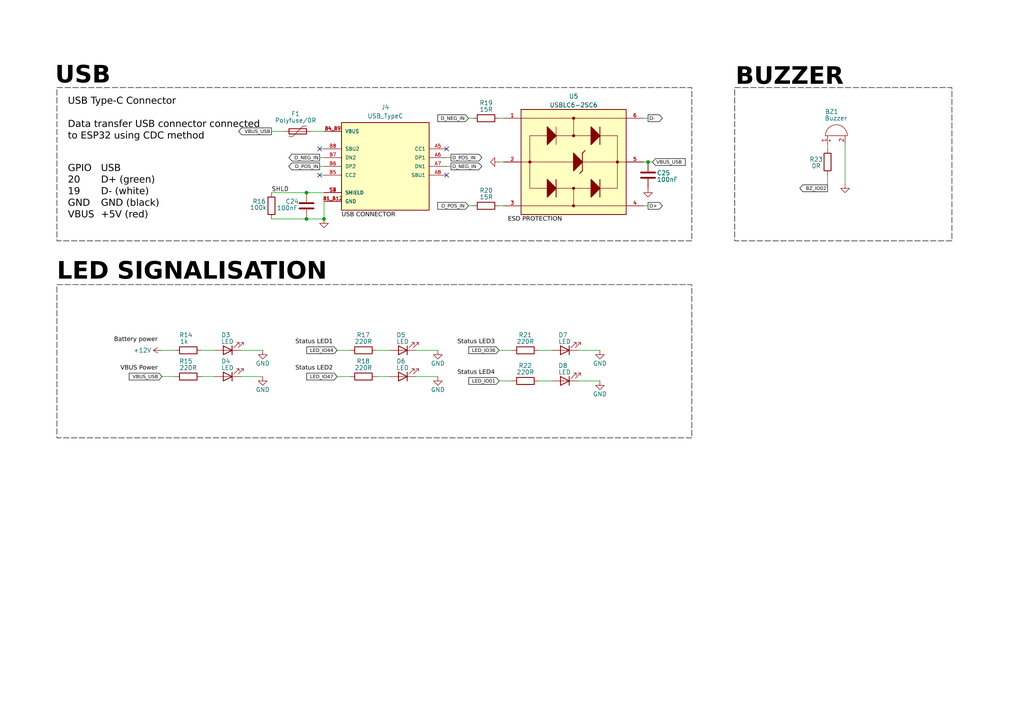
<source format=kicad_sch>
(kicad_sch (version 20250114) (generator "eeschema") (generator_version "9.0")
  (paper "A4")
  (title_block (title "SUMEC_MK_V") (date "2024-08-05") (rev "v.1.0.0") (company "SPS NA PROSEKU") (comment 1 "Made in Prague, Czech Republic") (comment 2 "CONTACT: Savva Popov, savva.popov.sp@gmail.com, +420 605 570 366") (comment 3 "Made by bismarx-v1") (comment 4 "SUMEC MK V aka SMD-V4 board"))
  (lib_symbols
    (symbol "Device:Buzzer" (pin_names (offset 0.0254) (hide yes))
      (property "Reference" "BZ" (at 3.81 1.27 0))
      (property "Value" "Buzzer" (at 3.81 -1.27 0))
      (symbol "Buzzer_0_1"
        (polyline (pts (xy -1.651 1.905) (xy -1.143 1.905)))
        (polyline (pts (xy -1.397 2.159) (xy -1.397 1.651)))
        (arc (start 0 3.175) (mid 3.1612 0) (end 0 -3.175))
        (polyline (pts (xy 0 3.175) (xy 0 -3.175)))
      )
      (symbol "Buzzer_1_1"
        (pin passive line (at -2.54 2.54 0) (length 2.54) (name "+") (number "1"))
        (pin passive line (at -2.54 -2.54 0) (length 2.54) (name "-") (number "2"))
      )
    )
    (symbol "Device:C" (pin_numbers (hide yes)) (pin_names (offset 0.254))
      (property "Reference" "C" (at 0.635 2.54 0))
      (property "Value" "C" (at 0.635 -2.54 0))
      (symbol "C_0_1"
        (polyline (pts (xy -2.032 0.762) (xy 2.032 0.762)) (stroke (width 0.508)))
        (polyline (pts (xy -2.032 -0.762) (xy 2.032 -0.762)) (stroke (width 0.508)))
      )
      (symbol "C_1_1"
        (pin passive line (at 0 3.81 270) (length 2.794) (name "~") (number "1"))
        (pin passive line (at 0 -3.81 90) (length 2.794) (name "~") (number "2"))
      )
    )
    (symbol "Device:LED" (pin_numbers (hide yes)) (pin_names (offset 1.016) (hide yes))
      (property "Reference" "D" (at 0 2.54 0))
      (property "Value" "LED" (at 0 -2.54 0))
      (symbol "LED_0_1"
        (polyline (pts (xy -3.048 -0.762) (xy -4.572 -2.286) (xy -3.81 -2.286) (xy -4.572 -2.286) (xy -4.572 -1.524)))
        (polyline (pts (xy -1.778 -0.762) (xy -3.302 -2.286) (xy -2.54 -2.286) (xy -3.302 -2.286) (xy -3.302 -1.524)))
        (polyline (pts (xy -1.27 0) (xy 1.27 0)))
        (polyline (pts (xy -1.27 -1.27) (xy -1.27 1.27)) (stroke (width 0.254)))
        (polyline (pts (xy 1.27 -1.27) (xy 1.27 1.27) (xy -1.27 0) (xy 1.27 -1.27)) (stroke (width 0.254)))
      )
      (symbol "LED_1_1"
        (pin passive line (at -3.81 0 0) (length 2.54) (name "K") (number "1"))
        (pin passive line (at 3.81 0 180) (length 2.54) (name "A") (number "2"))
      )
    )
    (symbol "Device:Polyfuse" (pin_numbers (hide yes)) (pin_names (offset 0))
      (property "Reference" "F" (at -2.54 0 90))
      (property "Value" "Polyfuse" (at 2.54 0 90))
      (symbol "Polyfuse_0_1"
        (polyline (pts (xy -1.524 2.54) (xy -1.524 1.524) (xy 1.524 -1.524) (xy 1.524 -2.54)))
        (rectangle (start -0.762 2.54) (end 0.762 -2.54) (stroke (width 0.254)))
        (polyline (pts (xy 0 2.54) (xy 0 -2.54)))
      )
      (symbol "Polyfuse_1_1"
        (pin passive line (at 0 3.81 270) (length 1.27) (name "~") (number "1"))
        (pin passive line (at 0 -3.81 90) (length 1.27) (name "~") (number "2"))
      )
    )
    (symbol "Device:R" (pin_numbers (hide yes)) (pin_names (offset 0))
      (property "Reference" "R" (at 2.032 0 90))
      (property "Value" "R" (at 0 0 90))
      (symbol "R_0_1"
        (rectangle (start -1.016 -2.54) (end 1.016 2.54) (stroke (width 0.254)))
      )
      (symbol "R_1_1"
        (pin passive line (at 0 3.81 270) (length 1.27) (name "~") (number "1"))
        (pin passive line (at 0 -3.81 90) (length 1.27) (name "~") (number "2"))
      )
    )
    (symbol "power:+12V" (power) (pin_names (offset 0))
      (property "Value" "+12V" (at 0 3.556 0))
      (symbol "+12V_0_1"
        (polyline (pts (xy -0.762 1.27) (xy 0 2.54)))
        (polyline (pts (xy 0 2.54) (xy 0.762 1.27)))
        (polyline (pts (xy 0 0) (xy 0 2.54)))
      )
      (symbol "+12V_1_1"
        (pin power_in line (at 0 0 90) (length 0) (hide yes) (name "+12V") (number "1"))
      )
    )
    (symbol "power:GND" (power) (pin_names (offset 0))
      (property "Value" "GND" (at 0 -3.81 0))
      (symbol "GND_0_1"
        (polyline (pts (xy 0 0) (xy 0 -1.27) (xy 1.27 -1.27) (xy 0 -2.54) (xy -1.27 -1.27) (xy 0 -1.27)))
      )
      (symbol "GND_1_1"
        (pin power_in line (at 0 0 270) (length 0) (hide yes) (name "GND") (number "1"))
      )
    )
    (symbol "sumec_library:USBLC6-2SC6" (pin_names (offset 1.016))
      (property "Reference" "U" (at -15.2693 17.8093 0))
      (property "Value" "USBLC6-2SC6" (at -15.2559 -17.7959 0))
      (symbol "USBLC6-2SC6_0_0"
        (polyline (pts (xy -15.24 12.7) (xy 0 12.7)) (stroke (width 0.1524)))
        (polyline (pts (xy -15.24 -12.7) (xy 0 -12.7)) (stroke (width 0.1524)))
        (rectangle (start -15.24 -15.24) (end 15.24 15.24) (stroke (width 0.254)) (fill (type background)))
        (polyline (pts (xy -12.7 7.62) (xy -12.7 0)) (stroke (width 0.1524)))
        (polyline (pts (xy -12.7 7.62) (xy -7.62 7.62)) (stroke (width 0.1524)))
        (circle (center -12.7 0) (radius 0.254) (stroke (width 0.381)))
        (polyline (pts (xy -12.7 0) (xy -15.24 0)) (stroke (width 0.1524)))
        (polyline (pts (xy -12.7 0) (xy -12.7 -7.62)) (stroke (width 0.1524)))
        (polyline (pts (xy -12.7 0) (xy 0 0)) (stroke (width 0.1524)))
        (polyline (pts (xy -12.7 -7.62) (xy -7.62 -7.62)) (stroke (width 0.1524)))
        (polyline (pts (xy -7.62 10.16) (xy -5.08 7.62)) (stroke (width 0.254)))
        (polyline (pts (xy -7.62 10.16) (xy -7.62 5.08) (xy -5.08 7.62) (xy -7.62 10.16)) (stroke (width 0.254)) (fill (type outline)))
        (polyline (pts (xy -7.62 7.62) (xy -7.62 10.16)) (stroke (width 0.254)))
        (polyline (pts (xy -7.62 5.08) (xy -7.62 7.62)) (stroke (width 0.254)))
        (polyline (pts (xy -7.62 -5.08) (xy -5.08 -7.62)) (stroke (width 0.254)))
        (polyline (pts (xy -7.62 -5.08) (xy -7.62 -10.16) (xy -5.08 -7.62) (xy -7.62 -5.08)) (stroke (width 0.254)) (fill (type outline)))
        (polyline (pts (xy -7.62 -7.62) (xy -7.62 -5.08)) (stroke (width 0.254)))
        (polyline (pts (xy -7.62 -10.16) (xy -7.62 -7.62)) (stroke (width 0.254)))
        (polyline (pts (xy -5.08 10.16) (xy -5.08 7.62)) (stroke (width 0.1524)))
        (polyline (pts (xy -5.08 7.62) (xy -7.62 5.08)) (stroke (width 0.254)))
        (polyline (pts (xy -5.08 7.62) (xy -5.08 5.08)) (stroke (width 0.1524)))
        (polyline (pts (xy -5.08 7.62) (xy 0 7.62)) (stroke (width 0.1524)))
        (polyline (pts (xy -5.08 -5.08) (xy -5.08 -7.62)) (stroke (width 0.254)))
        (polyline (pts (xy -5.08 -7.62) (xy -7.62 -10.16)) (stroke (width 0.254)))
        (polyline (pts (xy -5.08 -7.62) (xy -5.08 -10.16)) (stroke (width 0.254)))
        (polyline (pts (xy -5.08 -7.62) (xy 0 -7.62)) (stroke (width 0.1524)))
        (circle (center 0 12.7) (radius 0.254) (stroke (width 0.381)))
        (polyline (pts (xy 0 12.7) (xy 15.24 12.7)) (stroke (width 0.1524)))
        (circle (center 0 7.62) (radius 0.254) (stroke (width 0.381)))
        (polyline (pts (xy 0 7.62) (xy 0 12.7)) (stroke (width 0.1524)))
        (polyline (pts (xy 0 7.62) (xy 5.08 7.62)) (stroke (width 0.1524)))
        (polyline (pts (xy 0 2.54) (xy 2.54 0)) (stroke (width 0.254)))
        (polyline (pts (xy 0 2.54) (xy 0 -2.54) (xy 2.54 0) (xy 0 2.54)) (stroke (width 0.254)) (fill (type outline)))
        (polyline (pts (xy 0 0) (xy 0 2.54)) (stroke (width 0.254)))
        (polyline (pts (xy 0 -2.54) (xy 0 0)) (stroke (width 0.254)))
        (polyline (pts (xy 0 -7.62) (xy 0 -12.7)) (stroke (width 0.1524)))
        (polyline (pts (xy 0 -7.62) (xy 5.08 -7.62)) (stroke (width 0.1524)))
        (circle (center 0 -7.62) (radius 0.254) (stroke (width 0.381)))
        (circle (center 0 -12.7) (radius 0.254) (stroke (width 0.381)))
        (polyline (pts (xy 2.54 2.54) (xy 2.54 -2.54)) (stroke (width 0.254)))
        (polyline (pts (xy 2.54 2.54) (xy 3.302 3.302)) (stroke (width 0.254)))
        (polyline (pts (xy 2.54 0) (xy 0 -2.54)) (stroke (width 0.254)))
        (polyline (pts (xy 2.54 0) (xy 12.7 0)) (stroke (width 0.1524)))
        (polyline (pts (xy 2.54 -2.54) (xy 1.778 -3.302)) (stroke (width 0.254)))
        (polyline (pts (xy 5.08 10.16) (xy 7.62 7.62)) (stroke (width 0.254)))
        (polyline (pts (xy 5.08 10.16) (xy 5.08 5.08) (xy 7.62 7.62) (xy 5.08 10.16)) (stroke (width 0.254)) (fill (type outline)))
        (polyline (pts (xy 5.08 7.62) (xy 5.08 10.16)) (stroke (width 0.254)))
        (polyline (pts (xy 5.08 5.08) (xy 5.08 7.62)) (stroke (width 0.254)))
        (polyline (pts (xy 5.08 -5.08) (xy 7.62 -7.62)) (stroke (width 0.254)))
        (polyline (pts (xy 5.08 -5.08) (xy 5.08 -10.16) (xy 7.62 -7.62) (xy 5.08 -5.08)) (stroke (width 0.254)) (fill (type outline)))
        (polyline (pts (xy 5.08 -7.62) (xy 5.08 -5.08)) (stroke (width 0.254)))
        (polyline (pts (xy 5.08 -10.16) (xy 5.08 -7.62)) (stroke (width 0.254)))
        (polyline (pts (xy 7.62 10.16) (xy 7.62 7.62)) (stroke (width 0.254)))
        (polyline (pts (xy 7.62 7.62) (xy 5.08 5.08)) (stroke (width 0.254)))
        (polyline (pts (xy 7.62 7.62) (xy 7.62 5.08)) (stroke (width 0.254)))
        (polyline (pts (xy 7.62 7.62) (xy 12.7 7.62)) (stroke (width 0.1524)))
        (polyline (pts (xy 7.62 -5.08) (xy 7.62 -7.62)) (stroke (width 0.254)))
        (polyline (pts (xy 7.62 -7.62) (xy 5.08 -10.16)) (stroke (width 0.254)))
        (polyline (pts (xy 7.62 -7.62) (xy 7.62 -10.16)) (stroke (width 0.254)))
        (polyline (pts (xy 7.62 -7.62) (xy 12.7 -7.62)) (stroke (width 0.1524)))
        (polyline (pts (xy 12.7 7.62) (xy 12.7 0)) (stroke (width 0.1524)))
        (polyline (pts (xy 12.7 0) (xy 12.7 -7.62)) (stroke (width 0.1524)))
        (polyline (pts (xy 12.7 0) (xy 15.24 0)) (stroke (width 0.1524)))
        (circle (center 12.7 0) (radius 0.254) (stroke (width 0.381)))
        (polyline (pts (xy 15.24 -12.7) (xy 0 -12.7)) (stroke (width 0.1524)))
        (pin bidirectional line (at -20.32 12.7 0) (length 5.08) (name "~") (number "1"))
        (pin power_in line (at -20.32 0 0) (length 5.08) (name "~") (number "2"))
        (pin bidirectional line (at -20.32 -12.7 0) (length 5.08) (name "~") (number "3"))
        (pin bidirectional line (at 20.32 12.7 180) (length 5.08) (name "~") (number "6"))
        (pin power_in line (at 20.32 0 180) (length 5.08) (name "~") (number "5"))
        (pin bidirectional line (at 20.32 -12.7 180) (length 5.08) (name "~") (number "4"))
      )
    )
    (symbol "sumec_sch_lib:USB_TypeC" (pin_names (offset 1.016))
      (property "Reference" "J" (at -12.7 13.462 0))
      (property "Value" "USB_TypeC" (at -12.7 -13.462 0))
      (symbol "USB_TypeC_0_0"
        (rectangle (start -12.7 -12.7) (end 12.7 12.7) (stroke (width 0.254)) (fill (type background)))
        (pin bidirectional line (at -17.78 5.08 0) (length 5.08) (name "CC1") (number "A5"))
        (pin bidirectional line (at -17.78 2.54 0) (length 5.08) (name "DP1") (number "A6"))
        (pin bidirectional line (at -17.78 0 0) (length 5.08) (name "DN1") (number "A7"))
        (pin bidirectional line (at -17.78 -2.54 0) (length 5.08) (name "SBU1") (number "A8"))
        (pin power_in line (at 17.78 10.16 180) (length 5.08) (name "VBUS") (number "A4_B9"))
        (pin power_in line (at 17.78 10.16 180) (length 5.08) (name "VBUS") (number "B4_A9"))
        (pin bidirectional line (at 17.78 5.08 180) (length 5.08) (name "SBU2") (number "B8"))
        (pin bidirectional line (at 17.78 2.54 180) (length 5.08) (name "DN2") (number "B7"))
        (pin bidirectional line (at 17.78 0 180) (length 5.08) (name "DP2") (number "B6"))
        (pin bidirectional line (at 17.78 -2.54 180) (length 5.08) (name "CC2") (number "B5"))
        (pin passive line (at 17.78 -7.62 180) (length 5.08) (name "SHIELD") (number "S1"))
        (pin passive line (at 17.78 -7.62 180) (length 5.08) (name "SHIELD") (number "S2"))
        (pin passive line (at 17.78 -7.62 180) (length 5.08) (name "SHIELD") (number "S3"))
        (pin passive line (at 17.78 -7.62 180) (length 5.08) (name "SHIELD") (number "S4"))
        (pin power_in line (at 17.78 -10.16 180) (length 5.08) (name "GND") (number "A1_B12"))
        (pin power_in line (at 17.78 -10.16 180) (length 5.08) (name "GND") (number "B1_A12"))
      )
    )
  )
  (rectangle (start 16.51 25.4) (end 200.66 69.85) (stroke (width 0) (type dash) (color 0 0 0 1)))
  (rectangle (start 213.106 25.4) (end 276.098 69.85) (stroke (width 0) (type dash) (color 0 0 0 1)))
  (rectangle (start 16.51 82.55) (end 200.66 127) (stroke (width 0) (type dash) (color 0 0 0 1)))
  (text "VBUS Power" (at 45.72 107.95 0) (effects (font (size 1.27 1.27)) (justify right bottom)))
  (text "BUZZER" (at 213.36 26.67 0) (effects (font (size 5 5) (bold yes)) (justify left bottom)))
  (text "GPIO	USB\n20		D+ (green)\n19		D- (white)\nGND	GND (black)\nVBUS	+5V (red)" (at 19.685 64.135 0) (effects (font (size 2 2)) (justify left bottom)))
  (text "Status LED2" (at 96.52 107.95 0) (effects (font (size 1.27 1.27)) (justify right bottom)))
  (text "LED SIGNALISATION" (at 16.51 83.185 0) (effects (font (size 5 5) (bold yes)) (justify left bottom)))
  (text "Battery power" (at 45.72 99.695 0) (effects (font (size 1.27 1.27)) (justify right bottom)))
  (text "Status LED1" (at 96.52 100.33 0) (effects (font (size 1.27 1.27)) (justify right bottom)))
  (text "USB" (at 16.002 23.368 0) (effects (font (size 5 5) (thickness 1.2) (bold yes)) (justify left)))
  (text "Status LED3" (at 143.51 100.33 0) (effects (font (size 1.27 1.27)) (justify right bottom)))
  (text "USB Type-C Connector\n\nData transfer USB connector connected\nto ESP32 using CDC method" (at 19.685 41.275 0) (effects (font (size 2 2) (italic yes)) (justify left bottom)))
  (text "ESD PROTECTION" (at 147.32 64.77 0) (effects (font (size 1.27 1.27)) (justify left bottom)))
  (text "Status LED4" (at 143.51 109.22 0) (effects (font (size 1.27 1.27)) (justify right bottom)))
  (text "USB CONNECTOR" (at 99.06 63.5 0) (effects (font (size 1.27 1.27)) (justify left bottom)))
  (junction (at 88.9 63.5))
  (junction (at 88.9 55.88))
  (junction (at 93.98 63.5))
  (junction (at 187.96 46.99))
  (no_connect (at 92.71 43.18))
  (no_connect (at 92.71 50.8))
  (no_connect (at 129.54 43.18))
  (no_connect (at 129.54 50.8))
  (wire (pts (xy 245.11 53.34) (xy 245.11 41.91)))
  (wire (pts (xy 144.78 59.69) (xy 146.05 59.69)))
  (wire (pts (xy 58.42 109.22) (xy 62.23 109.22)))
  (wire (pts (xy 167.64 101.6) (xy 173.99 101.6)))
  (wire (pts (xy 92.71 50.8) (xy 93.98 50.8)))
  (wire (pts (xy 120.65 109.22) (xy 127 109.22)))
  (wire (pts (xy 144.78 46.99) (xy 146.05 46.99)))
  (wire (pts (xy 130.81 45.72) (xy 129.54 45.72)))
  (wire (pts (xy 88.9 63.5) (xy 93.98 63.5)))
  (wire (pts (xy 240.03 54.61) (xy 240.03 50.8)))
  (wire (pts (xy 69.85 109.22) (xy 76.2 109.22)))
  (wire (pts (xy 97.79 101.6) (xy 101.6 101.6)))
  (wire (pts (xy 144.78 34.29) (xy 146.05 34.29)))
  (wire (pts (xy 88.9 55.88) (xy 93.98 55.88)))
  (wire (pts (xy 78.74 63.5) (xy 88.9 63.5)))
  (wire (pts (xy 144.78 101.6) (xy 148.59 101.6)))
  (wire (pts (xy 46.99 109.22) (xy 50.8 109.22)))
  (wire (pts (xy 167.64 110.49) (xy 173.99 110.49)))
  (wire (pts (xy 93.98 63.5) (xy 93.98 58.42)))
  (wire (pts (xy 240.03 43.18) (xy 240.03 41.91)))
  (wire (pts (xy 78.74 55.88) (xy 88.9 55.88)))
  (wire (pts (xy 109.22 101.6) (xy 113.03 101.6)))
  (wire (pts (xy 156.21 110.49) (xy 160.02 110.49)))
  (wire (pts (xy 135.89 59.69) (xy 137.16 59.69)))
  (wire (pts (xy 109.22 109.22) (xy 113.03 109.22)))
  (wire (pts (xy 69.85 101.6) (xy 76.2 101.6)))
  (wire (pts (xy 187.96 59.69) (xy 186.69 59.69)))
  (wire (pts (xy 82.55 38.1) (xy 78.74 38.1)))
  (wire (pts (xy 90.17 38.1) (xy 93.98 38.1)))
  (wire (pts (xy 92.71 43.18) (xy 93.98 43.18)))
  (wire (pts (xy 58.42 101.6) (xy 62.23 101.6)))
  (wire (pts (xy 187.96 46.99) (xy 186.69 46.99)))
  (wire (pts (xy 144.78 110.49) (xy 148.59 110.49)))
  (wire (pts (xy 92.71 45.72) (xy 93.98 45.72)))
  (wire (pts (xy 120.65 101.6) (xy 127 101.6)))
  (wire (pts (xy 130.81 48.26) (xy 129.54 48.26)))
  (wire (pts (xy 189.23 46.99) (xy 187.96 46.99)))
  (wire (pts (xy 92.71 48.26) (xy 93.98 48.26)))
  (wire (pts (xy 97.79 109.22) (xy 101.6 109.22)))
  (wire (pts (xy 135.89 34.29) (xy 137.16 34.29)))
  (wire (pts (xy 46.99 101.6) (xy 50.8 101.6)))
  (wire (pts (xy 156.21 101.6) (xy 160.02 101.6)))
  (wire (pts (xy 186.69 34.29) (xy 187.96 34.29)))
  (label "SHLD" (at 78.74 55.88 0))
  (global_label "VBUS_USB" (shape input) (at 46.99 109.22 180) (effects (font (size 1 1))) (property "Intersheetrefs" "${INTERSHEET_REFS}" (effects (hide yes))))
  (global_label "D-" (shape output) (at 187.96 34.29 0) (effects (font (size 1 1))) (property "Intersheetrefs" "${INTERSHEET_REFS}" (effects (hide yes))))
  (global_label "D_POS_IN" (shape output) (at 92.71 48.26 180) (effects (font (size 1 1))) (property "Intersheetrefs" "${INTERSHEET_REFS}" (effects (hide yes))))
  (global_label "VBUS_USB" (shape input) (at 189.23 46.99 0) (effects (font (size 1 1))) (property "Intersheetrefs" "${INTERSHEET_REFS}" (effects (hide yes))))
  (global_label "LED_IO47" (shape input) (at 97.79 109.22 180) (effects (font (size 1 1))) (property "Intersheetrefs" "${INTERSHEET_REFS}" (effects (hide yes))))
  (global_label "BZ_IO02" (shape output) (at 240.03 54.61 180) (effects (font (size 1 1))) (property "Intersheetrefs" "${INTERSHEET_REFS}" (effects (hide yes))))
  (global_label "D_NEG_IN" (shape input) (at 135.89 34.29 180) (effects (font (size 1 1))) (property "Intersheetrefs" "${INTERSHEET_REFS}" (effects (hide yes))))
  (global_label "LED_IO36" (shape input) (at 144.78 101.6 180) (effects (font (size 1 1))) (property "Intersheetrefs" "${INTERSHEET_REFS}" (effects (hide yes))))
  (global_label "D+" (shape output) (at 187.96 59.69 0) (effects (font (size 1 1))) (property "Intersheetrefs" "${INTERSHEET_REFS}" (effects (hide yes))))
  (global_label "D_NEG_IN" (shape output) (at 92.71 45.72 180) (effects (font (size 1 1))) (property "Intersheetrefs" "${INTERSHEET_REFS}" (effects (hide yes))))
  (global_label "D_POS_IN" (shape input) (at 135.89 59.69 180) (effects (font (size 1 1))) (property "Intersheetrefs" "${INTERSHEET_REFS}" (effects (hide yes))))
  (global_label "D_POS_IN" (shape output) (at 130.81 45.72 0) (effects (font (size 1 1))) (property "Intersheetrefs" "${INTERSHEET_REFS}" (effects (hide yes))))
  (global_label "LED_IO44" (shape input) (at 97.79 101.6 180) (effects (font (size 1 1))) (property "Intersheetrefs" "${INTERSHEET_REFS}" (effects (hide yes))))
  (global_label "VBUS_USB" (shape output) (at 78.74 38.1 180) (effects (font (size 1 1))) (property "Intersheetrefs" "${INTERSHEET_REFS}" (effects (hide yes))))
  (global_label "D_NEG_IN" (shape output) (at 130.81 48.26 0) (effects (font (size 1 1))) (property "Intersheetrefs" "${INTERSHEET_REFS}" (effects (hide yes))))
  (global_label "LED_IO01" (shape input) (at 144.78 110.49 180) (effects (font (size 1 1))) (property "Intersheetrefs" "${INTERSHEET_REFS}" (effects (hide yes))))
  (symbol (lib_id "power:GND") (at 127 109.22 0) (unit 1)
    (property "Reference" "#PWR067" (effects (hide yes)))
    (property "Value" "GND" (at 127 113.03 0))
  )
  (symbol (lib_id "Device:R") (at 152.4 110.49 90) (unit 1)
    (property "Reference" "R22" (at 154.305 106.045 90) (effects (justify left)))
    (property "Value" "220R" (at 154.94 107.95 90) (effects (justify left)))
    (property "Footprint" "Resistor_SMD:R_0805_2012Metric_Pad1.20x1.40mm_HandSolder" (effects (hide yes)))
  )
  (symbol (lib_id "Device:LED") (at 163.83 101.6 180) (unit 1)
    (property "Reference" "D7" (at 161.925 97.155 0) (effects (justify right)))
    (property "Value" "LED" (at 161.925 99.06 0) (effects (justify right)))
    (property "Footprint" "LED_SMD:LED_0805_2012Metric_Pad1.15x1.40mm_HandSolder" (effects (hide yes)))
  )
  (symbol (lib_id "Device:R") (at 54.61 101.6 90) (unit 1)
    (property "Reference" "R14" (at 55.88 97.155 90) (effects (justify left)))
    (property "Value" "1k" (at 54.61 99.06 90) (effects (justify left)))
    (property "Footprint" "Resistor_SMD:R_0805_2012Metric_Pad1.20x1.40mm_HandSolder" (effects (hide yes)))
  )
  (symbol (lib_id "power:GND") (at 76.2 101.6 0) (unit 1)
    (property "Reference" "#PWR063" (effects (hide yes)))
    (property "Value" "GND" (at 76.2 105.41 0))
  )
  (symbol (lib_id "Device:R") (at 54.61 109.22 90) (unit 1)
    (property "Reference" "R15" (at 55.88 104.775 90) (effects (justify left)))
    (property "Value" "220R" (at 57.15 106.68 90) (effects (justify left)))
    (property "Footprint" "Resistor_SMD:R_0805_2012Metric_Pad1.20x1.40mm_HandSolder" (effects (hide yes)))
  )
  (symbol (lib_id "power:GND") (at 144.78 46.99 270) (unit 1)
    (property "Reference" "#PWR068" (effects (hide yes)))
    (property "Value" "GND" (effects (hide yes)))
  )
  (symbol (lib_id "power:GND") (at 76.2 109.22 0) (unit 1)
    (property "Reference" "#PWR064" (effects (hide yes)))
    (property "Value" "GND" (at 76.2 113.03 0))
  )
  (symbol (lib_id "power:GND") (at 245.11 53.34 0) (unit 1)
    (property "Reference" "#PWR072" (effects (hide yes)))
    (property "Value" "GND" (effects (hide yes)))
  )
  (symbol (lib_id "Device:R") (at 105.41 101.6 90) (unit 1)
    (property "Reference" "R17" (at 107.315 97.155 90) (effects (justify left)))
    (property "Value" "220R" (at 107.95 99.06 90) (effects (justify left)))
    (property "Footprint" "Resistor_SMD:R_0805_2012Metric_Pad1.20x1.40mm_HandSolder" (effects (hide yes)))
  )
  (symbol (lib_id "power:GND") (at 173.99 110.49 0) (unit 1)
    (property "Reference" "#PWR070" (effects (hide yes)))
    (property "Value" "GND" (at 173.99 114.3 0))
  )
  (symbol (lib_id "Device:R") (at 140.97 34.29 90) (unit 1)
    (property "Reference" "R19" (at 139.065 29.845 90) (effects (justify right)))
    (property "Value" "15R" (at 139.065 31.75 90) (effects (justify right)))
    (property "Footprint" "Resistor_SMD:R_0805_2012Metric_Pad1.20x1.40mm_HandSolder" (effects (hide yes)))
  )
  (symbol (lib_id "power:GND") (at 93.98 63.5 0) (unit 1)
    (property "Reference" "#PWR065" (effects (hide yes)))
    (property "Value" "GND" (effects (hide yes)))
  )
  (symbol (lib_id "Device:R") (at 140.97 59.69 90) (unit 1)
    (property "Reference" "R20" (at 139.065 55.245 90) (effects (justify right)))
    (property "Value" "15R" (at 139.065 57.15 90) (effects (justify right)))
    (property "Footprint" "Resistor_SMD:R_0805_2012Metric_Pad1.20x1.40mm_HandSolder" (effects (hide yes)))
  )
  (symbol (lib_id "power:GND") (at 187.96 54.61 0) (unit 1)
    (property "Reference" "#PWR071" (effects (hide yes)))
    (property "Value" "GND" (effects (hide yes)))
  )
  (symbol (lib_id "power:GND") (at 173.99 101.6 0) (unit 1)
    (property "Reference" "#PWR069" (effects (hide yes)))
    (property "Value" "GND" (at 173.99 105.41 0))
  )
  (symbol (lib_id "Device:LED") (at 66.04 101.6 180) (unit 1)
    (property "Reference" "D3" (at 64.135 97.155 0) (effects (justify right)))
    (property "Value" "LED" (at 64.135 99.06 0) (effects (justify right)))
    (property "Footprint" "LED_SMD:LED_0805_2012Metric_Pad1.15x1.40mm_HandSolder" (effects (hide yes)))
  )
  (symbol (lib_id "power:+12V") (at 46.99 101.6 90) (mirror x) (unit 1)
    (property "Reference" "#PWR062" (effects (hide yes)))
    (property "Value" "+12V" (at 41.275 101.6 90))
  )
  (symbol (lib_id "Device:LED") (at 163.83 110.49 180) (unit 1)
    (property "Reference" "D8" (at 161.925 106.045 0) (effects (justify right)))
    (property "Value" "LED" (at 161.925 107.95 0) (effects (justify right)))
    (property "Footprint" "LED_SMD:LED_0805_2012Metric_Pad1.15x1.40mm_HandSolder" (effects (hide yes)))
  )
  (symbol (lib_id "Device:C") (at 187.96 50.8 0) (unit 1)
    (property "Reference" "C25" (at 190.5 50.165 0) (effects (justify left)))
    (property "Value" "100nF" (at 190.5 52.07 0) (effects (justify left)))
    (property "Footprint" "Capacitor_SMD:C_0805_2012Metric_Pad1.18x1.45mm_HandSolder" (effects (hide yes)))
  )
  (symbol (lib_id "Device:C") (at 88.9 59.69 0) (mirror x) (unit 1)
    (property "Reference" "C24" (at 82.804 58.42 0) (effects (justify left)))
    (property "Value" "100nF" (at 80.264 60.325 0) (effects (justify left)))
    (property "Footprint" "Capacitor_SMD:C_0805_2012Metric_Pad1.18x1.45mm_HandSolder" (effects (hide yes)))
  )
  (symbol (lib_id "Device:LED") (at 116.84 101.6 180) (unit 1)
    (property "Reference" "D5" (at 114.935 97.155 0) (effects (justify right)))
    (property "Value" "LED" (at 114.935 99.06 0) (effects (justify right)))
    (property "Footprint" "LED_SMD:LED_0805_2012Metric_Pad1.15x1.40mm_HandSolder" (effects (hide yes)))
  )
  (symbol (lib_id "power:GND") (at 127 101.6 0) (unit 1)
    (property "Reference" "#PWR066" (effects (hide yes)))
    (property "Value" "GND" (at 127 105.41 0))
  )
  (symbol (lib_id "sumec_sch_lib:USB_TypeC") (at 111.76 48.26 0) (mirror y) (unit 1)
    (property "Reference" "J4" (at 111.76 31.115 0))
    (property "Value" "USB_TypeC" (at 111.76 33.655 0))
    (property "Footprint" "sumec_brd:HRO_TYPE-C-31-M-12" (effects (hide yes)))
    (property "Datasheet" "TYPE-C-31-M-12" (effects (hide yes)))
    (property "Description" "USB Connectors 24 Receptacle 1 8.94*7.3mm RoHS" (effects (hide yes)))
    (property "MF" "HRO Electronics Co., Ltd." (effects (hide yes)))
    (property "MAXIMUM_PACKAGE_HEIGHT" "3.26 mm" (effects (hide yes)))
    (property "Package" "Package" (effects (hide yes)))
    (property "Price" "None" (effects (hide yes)))
    (property "Check_prices" "https://www.snapeda.com/parts/TYPE-C-31-M-12/HRO+Electronics+Co.%252C+Ltd./view-part/?ref=eda" (effects (hide yes)))
    (property "STANDARD" "Manufacturer Recommendations" (effects (hide yes)))
    (property "PARTREV" "2020.12.08" (effects (hide yes)))
    (property "SnapEDA_Link" "https://www.snapeda.com/parts/TYPE-C-31-M-12/HRO+Electronics+Co.%252C+Ltd./view-part/?ref=snap" (effects (hide yes)))
    (property "MP" "TYPE-C-31-M-12" (effects (hide yes)))
    (property "SNAPEDA_PN" "TYPE-C-31-M-12" (effects (hide yes)))
    (property "Availability" "Not in stock" (effects (hide yes)))
    (property "MANUFACTURER" "HRO Electronics Co., Ltd." (effects (hide yes)))
  )
  (symbol (lib_id "Device:R") (at 152.4 101.6 90) (unit 1)
    (property "Reference" "R21" (at 154.305 97.155 90) (effects (justify left)))
    (property "Value" "220R" (at 154.94 99.06 90) (effects (justify left)))
    (property "Footprint" "Resistor_SMD:R_0805_2012Metric_Pad1.20x1.40mm_HandSolder" (effects (hide yes)))
  )
  (symbol (lib_id "sumec_library:USBLC6-2SC6") (at 166.37 46.99 0) (unit 1)
    (property "Reference" "U5" (at 166.37 27.94 0))
    (property "Value" "USBLC6-2SC6" (at 166.37 30.48 0))
    (property "Footprint" "Package_TO_SOT_SMD:TSOT-23-6_HandSoldering" (effects (hide yes)))
    (property "Description" "17V Clamp 5A (8/20µs) Ipp Tvs Diode Surface Mount SOT-23-6" (effects (hide yes)))
    (property "MF" "STMicroelectronics" (effects (hide yes)))
    (property "PURCHASE-URL" "https://pricing.snapeda.com/search/part/USBLC6-2SC6/?ref=eda" (effects (hide yes)))
    (property "PACKAGE" "SOT-23-6 STMicroelectronics" (effects (hide yes)))
    (property "PRICE" "None" (effects (hide yes)))
    (property "Package" "SOT-23-6 STMicroelectronics" (effects (hide yes)))
    (property "Check_prices" "https://www.snapeda.com/parts/USBLC6-2SC6/STMicroelectronics/view-part/?ref=eda" (effects (hide yes)))
    (property "Price" "None" (effects (hide yes)))
    (property "SnapEDA_Link" "https://www.snapeda.com/parts/USBLC6-2SC6/STMicroelectronics/view-part/?ref=snap" (effects (hide yes)))
    (property "MP" "USBLC6-2SC6" (effects (hide yes)))
    (property "Purchase-URL" "https://www.snapeda.com/api/url_track_click_mouser/?unipart_id=231887&manufacturer=STMicroelectronics&part_name=USBLC6-2SC6&search_term=None" (effects (hide yes)))
    (property "Availability" "In Stock" (effects (hide yes)))
    (property "AVAILABILITY" "In Stock" (effects (hide yes)))
    (property "DESCRIPTION" "17V Clamp 5A (8/20µs) Ipp Tvs Diode Surface Mount SOT-23-6" (effects (hide yes)))
  )
  (symbol (lib_id "Device:LED") (at 66.04 109.22 180) (unit 1)
    (property "Reference" "D4" (at 64.135 104.775 0) (effects (justify right)))
    (property "Value" "LED" (at 64.135 106.68 0) (effects (justify right)))
    (property "Footprint" "LED_SMD:LED_0805_2012Metric_Pad1.15x1.40mm_HandSolder" (effects (hide yes)))
  )
  (symbol (lib_id "Device:Buzzer") (at 242.57 39.37 90) (unit 1)
    (property "Reference" "BZ1" (at 243.205 32.385 90) (effects (justify left)))
    (property "Value" "Buzzer" (at 245.745 34.29 90) (effects (justify left)))
    (property "Footprint" "Schrack_brd:BUZZER_CUI_CPT" (effects (hide yes)))
    (property "Datasheet" "https://cz.mouser.com/ProductDetail/CUI-Devices/CPT-1625-80-SMT-TR?qs=P1JMDcb91o43eCFIymFs3Q%3D%3D" (effects (hide yes)))
    (property "Description" "Buzzer, polarized" (effects (hide yes)))
  )
  (symbol (lib_id "Device:Polyfuse") (at 86.36 38.1 90) (unit 1)
    (property "Reference" "F1" (at 85.725 33.02 90))
    (property "Value" "Polyfuse/0R" (at 85.725 34.925 90))
    (property "Footprint" "Fuse:Fuse_0805_2012Metric" (effects (hide yes)))
    (property "Datasheet" "https://cz.mouser.com/ProductDetail/Littelfuse/0805L020-16YR?qs=HoCaDK9Nz5e9OjGjdp4q0Q%3D%3D" (effects (hide yes)))
    (property "Description" "Resettable fuse, polymeric positive temperature coefficient" (effects (hide yes)))
  )
  (symbol (lib_id "Device:R") (at 78.74 59.69 0) (unit 1)
    (property "Reference" "R16" (at 75.184 58.42 0))
    (property "Value" "100k" (at 74.93 60.198 0))
    (property "Footprint" "Resistor_SMD:R_0805_2012Metric_Pad1.20x1.40mm_HandSolder" (effects (hide yes)))
  )
  (symbol (lib_id "Device:LED") (at 116.84 109.22 180) (unit 1)
    (property "Reference" "D6" (at 114.935 104.775 0) (effects (justify right)))
    (property "Value" "LED" (at 114.935 106.68 0) (effects (justify right)))
    (property "Footprint" "LED_SMD:LED_0805_2012Metric_Pad1.15x1.40mm_HandSolder" (effects (hide yes)))
  )
  (symbol (lib_id "Device:R") (at 240.03 46.99 180) (unit 1)
    (property "Reference" "R23" (at 236.728 46.228 0))
    (property "Value" "0R" (at 236.728 48.133 0))
    (property "Footprint" "Resistor_SMD:R_0805_2012Metric_Pad1.20x1.40mm_HandSolder" (effects (hide yes)))
    (property "Description" "Resistor" (effects (hide yes)))
  )
  (symbol (lib_id "Device:R") (at 105.41 109.22 90) (unit 1)
    (property "Reference" "R18" (at 107.315 104.775 90) (effects (justify left)))
    (property "Value" "220R" (at 107.95 106.68 90) (effects (justify left)))
    (property "Footprint" "Resistor_SMD:R_0805_2012Metric_Pad1.20x1.40mm_HandSolder" (effects (hide yes)))
  )
)
</source>
